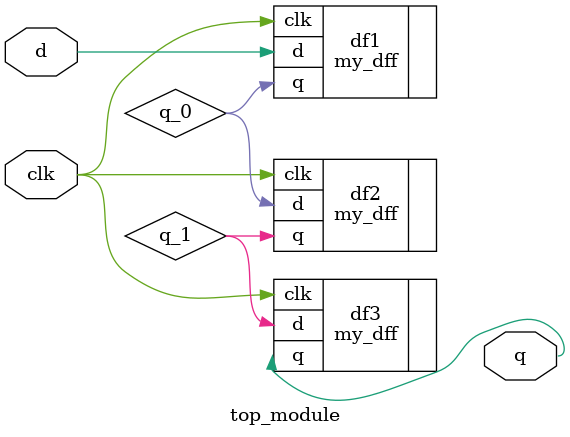
<source format=v>
module top_module ( input clk, input d, output q );

    wire q_0,q_1;
    my_dff df1 (
        .clk (clk),
        .d   (d),
        .q   (q_0)
    );
    
     my_dff df2 (
         .clk (clk),
         .d   (q_0),
         .q   (q_1)
    );
    
     my_dff df3 (
         .clk (clk),
         .d   (q_1),
         .q   (q)
    );
endmodule

</source>
